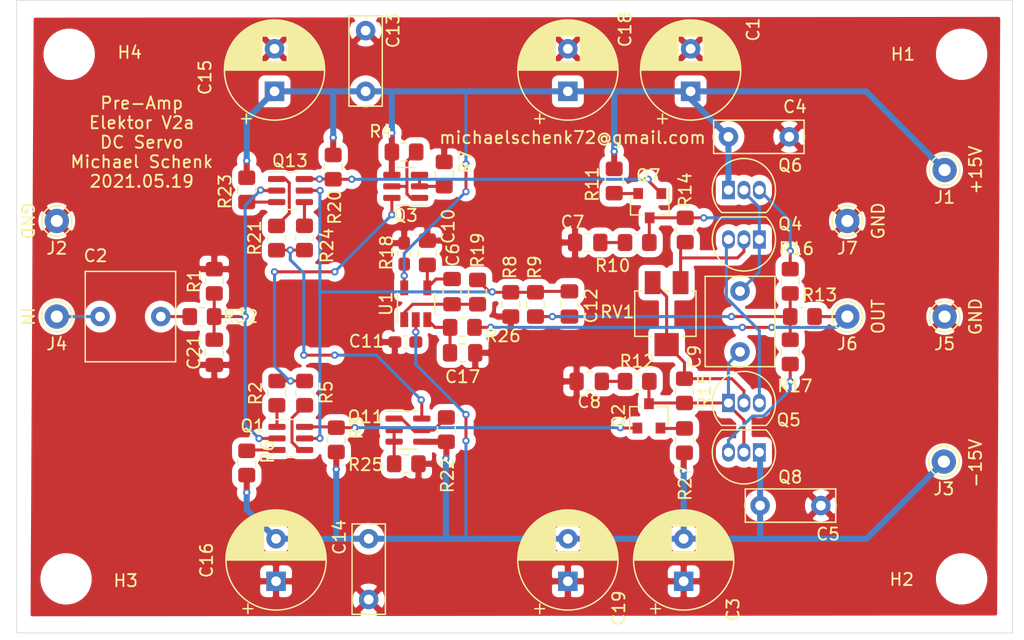
<source format=kicad_pcb>
(kicad_pcb (version 20211014) (generator pcbnew)
  (layers (0 "F.Cu" signal) (31 "B.Cu" signal) (34 "B.Paste" user) (35 "F.Paste" user) (36 "B.SilkS" user "B.Silkscreen") (37 "F.SilkS" user "F.Silkscreen") (38 "B.Mask" user) (39 "F.Mask" user) (44 "Edge.Cuts" user))
  (net 0 "")
  (net 1 "GND")
  (net 2 "+15V")
  (net 3 "Net-(C2-Pad2)")
  (net 4 "Net-(C2-Pad1)")
  (net 5 "-15V")
  (net 6 "Net-(C7-Pad2)")
  (net 7 "Net-(Q2-Pad2)")
  (net 8 "Net-(Q7-Pad2)")
  (net 9 "Net-(C12-Pad2)")
  (net 10 "Net-(C12-Pad1)")
  (net 11 "Net-(Q11-Pad1)")
  (net 12 "Net-(Q11-Pad6)")
  (net 13 "Net-(Q11-Pad2)")
  (net 14 "Net-(Q13-Pad4)")
  (net 15 "Net-(Q13-Pad3)")
  (net 16 "Net-(Q13-Pad1)")
  (net 17 "Net-(Q3-Pad6)")
  (net 18 "Net-(Q3-Pad1)")
  (net 19 "Net-(Q3-Pad2)")
  (net 20 "Net-(Q1-Pad4)")
  (net 21 "Net-(Q1-Pad3)")
  (net 22 "Net-(Q1-Pad1)")
  (net 23 "Net-(C8-Pad1)")
  (net 24 "Net-(C9-Pad2)")
  (net 25 "Net-(C9-Pad1)")
  (net 26 "Net-(Q1-Pad6)")
  (net 27 "Net-(Q4-Pad3)")
  (net 28 "Net-(Q4-Pad2)")
  (net 29 "Net-(Q5-Pad2)")
  (net 30 "Net-(Q6-Pad3)")
  (net 31 "Net-(Q13-Pad6)")
  (net 32 "Net-(Q8-Pad3)")
  (net 33 "Net-(C21-Pad2)")
  (net 34 "Net-(C6-Pad2)")
  (net 35 "DCSERVO_OUT")
  (net 36 "Net-(C17-Pad2)")
  (net 37 "DCSERVO_IN")
  (footprint "Capacitor_THT:CP_Radial_D8.0mm_P3.50mm" (layer "F.Cu") (at 177.3555 103.378 90)
    (fp_text reference "C1")
    (fp_text value "220uF")
  )
  (footprint "Capacitor_THT:C_Rect_L7.2mm_W7.2mm_P5.00mm_FKS2_FKP2_MKS2_MKP2" (layer "F.Cu") (at 133.778 121.92 180)
    (fp_text reference "C2")
    (fp_text value "3.3uF")
  )
  (footprint "Capacitor_THT:C_Rect_L7.2mm_W2.5mm_P5.00mm_FKS2_FKP2_MKS2_MKP2" (layer "F.Cu") (at 183.0705 137.4775)
    (fp_text reference "C5")
    (fp_text value "100nF")
  )
  (footprint "Connector_Pin:Pin_D1.0mm_L10.0mm" (layer "F.Cu") (at 125.222 114.046)
    (fp_text reference "J2")
    (fp_text value "Conn_01x01")
  )
  (footprint "Connector_Pin:Pin_D1.0mm_L10.0mm" (layer "F.Cu") (at 125.222 121.92)
    (fp_text reference "J4")
    (fp_text value "Conn_01x01")
  )
  (footprint "Package_TO_SOT_SMD:SOT-23" (layer "F.Cu") (at 173.99 112.792 -90)
    (fp_text reference "Q7")
    (fp_text value "BC860C")
  )
  (footprint "Resistor_SMD:R_0805_2012Metric_Pad1.20x1.40mm_HandSolder" (layer "F.Cu") (at 138.176 119.015 90)
    (fp_text reference "R1")
    (fp_text value "10k")
  )
  (footprint "Resistor_SMD:R_0805_2012Metric_Pad1.20x1.40mm_HandSolder" (layer "F.Cu") (at 143.3195 128.2225 -90)
    (fp_text reference "R2")
    (fp_text value "80.6R")
  )
  (footprint "Resistor_SMD:R_0805_2012Metric_Pad1.20x1.40mm_HandSolder" (layer "F.Cu") (at 148.209 132.064 -90)
    (fp_text reference "R3")
    (fp_text value "806R")
  )
  (footprint "Resistor_SMD:R_0805_2012Metric_Pad1.20x1.40mm_HandSolder" (layer "F.Cu") (at 153.781 108.3691)
    (fp_text reference "R4")
    (fp_text value "140R")
  )
  (footprint "Resistor_SMD:R_0805_2012Metric_Pad1.20x1.40mm_HandSolder" (layer "F.Cu") (at 145.6055 128.2225 -90)
    (fp_text reference "R5")
    (fp_text value "80.6R")
  )
  (footprint "Resistor_SMD:R_0805_2012Metric_Pad1.20x1.40mm_HandSolder" (layer "F.Cu") (at 140.843 133.969 -90)
    (fp_text reference "R6")
    (fp_text value "806R")
  )
  (footprint "Resistor_SMD:R_0805_2012Metric_Pad1.20x1.40mm_HandSolder" (layer "F.Cu") (at 164.592 120.92 90)
    (fp_text reference "R9")
    (fp_text value "10k")
  )
  (footprint "MountingHole:MountingHole_3.2mm_M3" (layer "F.Cu") (at 199.644 143.51)
    (fp_text reference "H2")
    (fp_text value "MountingHole")
  )
  (footprint "MountingHole:MountingHole_3.2mm_M3" (layer "F.Cu") (at 199.644 100.33)
    (fp_text reference "H1")
    (fp_text value "MountingHole")
  )
  (footprint "Resistor_SMD:R_0805_2012Metric_Pad1.20x1.40mm_HandSolder" (layer "F.Cu") (at 171.069 110.76 -90)
    (fp_text reference "R11")
    (fp_text value "249R")
  )
  (footprint "MountingHole:MountingHole_3.2mm_M3" (layer "F.Cu") (at 126.238 100.33)
    (fp_text reference "H4")
    (fp_text value "MountingHole")
  )
  (footprint "Resistor_SMD:R_0805_2012Metric_Pad1.20x1.40mm_HandSolder" (layer "F.Cu") (at 162.56 120.92 -90)
    (fp_text reference "R8")
    (fp_text value "10k")
  )
  (footprint "Capacitor_SMD:C_0805_2012Metric_Pad1.18x1.45mm_HandSolder" (layer "F.Cu") (at 167.386 120.8825 90)
    (fp_text reference "C12")
    (fp_text value "6.8pF")
  )
  (footprint "Capacitor_THT:C_Rect_L7.2mm_W2.5mm_P5.00mm_FKS2_FKP2_MKS2_MKP2" (layer "F.Cu") (at 150.876 140.208 -90)
    (fp_text reference "C14")
    (fp_text value "100nF")
  )
  (footprint "Resistor_SMD:R_0805_2012Metric_Pad1.20x1.40mm_HandSolder" (layer "F.Cu") (at 157.0863 110.1885 90)
    (fp_text reference "R7")
    (fp_text value "10k")
  )
  (footprint "Connector_Pin:Pin_D1.0mm_L10.0mm" (layer "F.Cu") (at 190.246 121.92)
    (fp_text reference "J6")
    (fp_text value "Conn_01x01")
  )
  (footprint "Connector_Pin:Pin_D1.0mm_L10.0mm" (layer "F.Cu") (at 190.246 114.046)
    (fp_text reference "J7")
    (fp_text value "Conn_01x01")
  )
  (footprint "Capacitor_THT:CP_Radial_D8.0mm_P3.50mm" (layer "F.Cu") (at 143.129 103.378 90)
    (fp_text reference "C15")
    (fp_text value "220uF")
  )
  (footprint "Resistor_SMD:R_0805_2012Metric_Pad1.20x1.40mm_HandSolder" (layer "F.Cu") (at 147.955 109.617 -90)
    (fp_text reference "R20")
    (fp_text value "806R")
  )
  (footprint "Resistor_SMD:R_0805_2012Metric_Pad1.20x1.40mm_HandSolder" (layer "F.Cu") (at 143.2941 115.459 -90)
    (fp_text reference "R21")
    (fp_text value "80.6R")
  )
  (footprint "Resistor_SMD:R_0805_2012Metric_Pad1.20x1.40mm_HandSolder" (layer "F.Cu") (at 157.2641 131.2258 -90)
    (fp_text reference "R22")
    (fp_text value "140R")
  )
  (footprint "Resistor_SMD:R_0805_2012Metric_Pad1.20x1.40mm_HandSolder" (layer "F.Cu") (at 140.843 111.49 -90)
    (fp_text reference "R23")
    (fp_text value "806R")
  )
  (footprint "Resistor_SMD:R_0805_2012Metric_Pad1.20x1.40mm_HandSolder" (layer "F.Cu") (at 145.5928 115.4463 -90)
    (fp_text reference "R24")
    (fp_text value "80.6R")
  )
  (footprint "Resistor_SMD:R_0805_2012Metric_Pad1.20x1.40mm_HandSolder" (layer "F.Cu") (at 153.9715 134.0358 180)
    (fp_text reference "R25")
    (fp_text value "10k")
  )
  (footprint "Resistor_SMD:R_0805_2012Metric_Pad1.20x1.40mm_HandSolder" (layer "F.Cu") (at 176.8475 132.1275 -90)
    (fp_text reference "R27")
    (fp_text value "249R")
  )
  (footprint "Connector_Pin:Pin_D1.0mm_L10.0mm" (layer "F.Cu") (at 198.247 109.855)
    (fp_text reference "J1")
    (fp_text value "Conn_01x01")
  )
  (footprint "Connector_Pin:Pin_D1.0mm_L10.0mm" (layer "F.Cu") (at 198.1835 133.858)
    (fp_text reference "J3")
    (fp_text value "Conn_01x01")
  )
  (footprint "Connector_Pin:Pin_D1.0mm_L10.0mm" (layer "F.Cu") (at 198.247 121.92)
    (fp_text reference "J5")
    (fp_text value "Conn_01x01")
  )
  (footprint "Capacitor_THT:CP_Radial_D8.0mm_P3.50mm" (layer "F.Cu") (at 143.256 143.708 90)
    (fp_text reference "C16")
    (fp_text value "220uF")
  )
  (footprint "Capacitor_THT:CP_Radial_D8.0mm_P3.50mm" (layer "F.Cu") (at 167.259 103.378 90)
    (fp_text reference "C18")
    (fp_text value "220uF")
  )
  (footprint "Capacitor_THT:CP_Radial_D8.0mm_P3.50mm" (layer "F.Cu") (at 167.259 143.708 90)
    (fp_text reference "C19")
    (fp_text value "220uF")
  )
  (footprint "Package_SO:SC-74-6_1.5x2.9mm_P0.95mm" (layer "F.Cu") (at 144.4443 111.5466)
    (fp_text reference "Q13")
    (fp_text value "BCM847DS,115")
  )
  (footprint "Resistor_SMD:R_0805_2012Metric_Pad1.20x1.40mm_HandSolder" (layer "F.Cu") (at 186.547 121.92 180)
    (fp_text reference "R13")
    (fp_text value "47R")
  )
  (footprint "Package_SO:SC-74-6_1.5x2.9mm_P0.95mm" (layer "F.Cu") (at 153.9185 111.1987 180)
    (fp_text reference "Q3")
    (fp_text value "BCM857DS,115")
  )
  (footprint "Package_SO:SC-74-6_1.5x2.9mm_P0.95mm" (layer "F.Cu") (at 154.1043 131.2647)
    (fp_text reference "Q11")
    (fp_text value "BCM847DS,115")
  )
  (footprint "Capacitor_THT:C_Rect_L7.2mm_W2.5mm_P5.00mm_FKS2_FKP2_MKS2_MKP2" (layer "F.Cu") (at 150.622 98.378 -90)
    (fp_text reference "C13")
    (fp_text value "100nF")
  )
  (footprint "Package_SO:SC-74-6_1.5x2.9mm_P0.95mm" (layer "F.Cu") (at 144.468 131.9505)
    (fp_text reference "Q1")
    (fp_text value "BCM857DS,115")
  )
  (footprint "Capacitor_SMD:C_0805_2012Metric_Pad1.18x1.45mm_HandSolder" (layer "F.Cu") (at 168.8885 115.824)
    (fp_text reference "C7")
    (fp_text value "150p")
  )
  (footprint "Capacitor_SMD:C_0805_2012Metric_Pad1.18x1.45mm_HandSolder" (layer "F.Cu") (at 169.0155 127.254 180)
    (fp_text reference "C8")
    (fp_text value "150p")
  )
  (footprint "Capacitor_THT:C_Rect_L7.2mm_W5.5mm_P5.00mm_FKS2_FKP2_MKS2_MKP2" (layer "F.Cu") (at 181.4195 124.8245 90)
    (fp_text reference "C9")
    (fp_text value "1uF")
  )
  (footprint "Package_TO_SOT_SMD:SOT-23" (layer "F.Cu") (at 173.9265 130.0955 90)
    (fp_text reference "Q2")
    (fp_text value "BC850C")
  )
  (footprint "Package_TO_SOT_THT:TO-92_Inline" (layer "F.Cu") (at 183.007 115.57 180)
    (fp_text reference "Q4")
    (fp_text value "BC550C")
  )
  (footprint "Package_TO_SOT_THT:TO-92_Inline" (layer "F.Cu") (at 180.467 129.032)
    (fp_text reference "Q5")
    (fp_text value "BC560C")
  )
  (footprint "Package_TO_SOT_THT:TO-92_Inline" (layer "F.Cu") (at 180.467 111.506)
    (fp_text reference "Q6")
    (fp_text value "BC337-40")
  )
  (footprint "Package_TO_SOT_THT:TO-92_Inline" (layer "F.Cu") (at 183.007 133.096 180)
    (fp_text reference "Q8")
    (fp_text value "BC327-40")
  )
  (footprint "Resistor_SMD:R_0805_2012Metric_Pad1.20x1.40mm_HandSolder" (layer "F.Cu") (at 172.958 115.824 180)
    (fp_text reference "R10")
    (fp_text value "10k")
  )
  (footprint "Resistor_SMD:R_0805_2012Metric_Pad1.20x1.40mm_HandSolder" (layer "F.Cu") (at 172.958 127.254)
    (fp_text reference "R12")
    (fp_text value "10k")
  )
  (footprint "Resistor_SMD:R_0805_2012Metric_Pad1.20x1.40mm_HandSolder" (layer "F.Cu") (at 176.911 114.792 -90)
    (fp_text reference "R14")
    (fp_text value "390R")
  )
  (footprint "Resistor_SMD:R_0805_2012Metric_Pad1.20x1.40mm_HandSolder" (layer "F.Cu") (at 176.8475 128.032 -90)
    (fp_text reference "R15")
    (fp_text value "390R")
  )
  (footprint "Resistor_SMD:R_0805_2012Metric_Pad1.20x1.40mm_HandSolder" (layer "F.Cu") (at 185.547 119.015 -90)
    (fp_text reference "R16")
    (fp_text value "10R")
  )
  (footprint "Resistor_SMD:R_0805_2012Metric_Pad1.20x1.40mm_HandSolder" (layer "F.Cu") (at 185.547 124.825 -90)
    (fp_text reference "R17")
    (fp_text value "10R")
  )
  (footprint "Potentiometer_SMD:Potentiometer_Bourns_3214X_Vertical" (layer "F.Cu") (at 175.38 121.676)
    (fp_text reference "RV1")
    (fp_text value "10k")
  )
  (footprint "MountingHole:MountingHole_3.2mm_M3" (layer "F.Cu") (at 125.984 143.51)
    (fp_text reference "H3")
    (fp_text value "MountingHole")
  )
  (footprint "Capacitor_THT:C_Rect_L7.2mm_W2.5mm_P5.00mm_FKS2_FKP2_MKS2_MKP2" (layer "F.Cu") (at 185.467 107.1245 180)
    (fp_text reference "C4")
    (fp_text value "100nF")
  )
  (footprint "Capacitor_THT:CP_Radial_D8.0mm_P3.50mm" (layer "F.Cu") (at 176.784 143.708 90)
    (fp_text reference "C3")
    (fp_text value "220uF")
  )
  (footprint "Capacitor_SMD:C_0805_2012Metric_Pad1.18x1.45mm_HandSolder" (layer "F.Cu") (at 138.176 124.8625 90)
    (fp_text reference "C21")
    (fp_text value "33p")
  )
  (footprint "Resistor_SMD:R_0805_2012Metric_Pad1.20x1.40mm_HandSolder" (layer "F.Cu") (at 137.16 121.92 180)
    (fp_text reference "R32")
    (fp_text value "470R")
  )
  (footprint "Capacitor_SMD:C_0805_2012Metric_Pad1.18x1.45mm_HandSolder" (layer "F.Cu") (at 157.734 119.8665 90)
    (fp_text reference "C6")
    (fp_text value "1uF")
  )
  (footprint "Capacitor_SMD:C_0603_1608Metric_Pad1.08x0.95mm_HandSolder" (layer "F.Cu") (at 153.797 116.7395 -90)
    (fp_text reference "C10")
    (fp_text value "100nF")
  )
  (footprint "Capacitor_SMD:C_0603_1608Metric_Pad1.08x0.95mm_HandSolder" (layer "F.Cu") (at 153.887 124.0155)
    (fp_text reference "C11")
    (fp_text value "100nF")
  )
  (footprint "Capacitor_SMD:C_0805_2012Metric_Pad1.18x1.45mm_HandSolder" (layer "F.Cu") (at 158.6015 124.9045 180)
    (fp_text reference "C17")
    (fp_text value "1uF")
  )
  (footprint "Resistor_SMD:R_0805_2012Metric_Pad1.20x1.40mm_HandSolder" (layer "F.Cu") (at 155.702 116.6655 90)
    (fp_text reference "R18")
    (fp_text value "100k")
  )
  (footprint "Resistor_SMD:R_0805_2012Metric_Pad1.20x1.40mm_HandSolder" (layer "F.Cu") (at 159.8295 119.904 90)
    (fp_text reference "R19")
    (fp_text value "10k")
  )
  (footprint "Resistor_SMD:R_0805_2012Metric_Pad1.20x1.40mm_HandSolder" (layer "F.Cu") (at 158.5755 122.809 180)
    (fp_text reference "R26")
    (fp_text value "100k")
  )
  (footprint "Package_TO_SOT_SMD:TSOT-23-5" (layer "F.Cu") (at 154.747 120.864 90)
    (fp_text reference "U1")
    (fp_text value "OPA188xxDBV")
  )
  (gr_line (start 203.835 95.885) (end 121.92 95.885) (layer "Edge.Cuts") (width 0.05))
  (gr_line (start 203.835 147.955) (end 203.835 95.885) (layer "Edge.Cuts") (width 0.05))
  (gr_line (start 121.92 147.955) (end 203.835 147.955) (layer "Edge.Cuts") (width 0.05))
  (gr_line (start 121.92 96.52) (end 121.92 147.955) (layer "Edge.Cuts") (width 0.05))
  (gr_line (start 121.92 95.885) (end 121.92 96.52) (layer "Edge.Cuts") (width 0.05))
  (gr_text "GND" (at 192.786 114.046 90) (layer "F.SilkS") (effects (font (size 1 1))))
  (gr_text "OUT" (at 192.786 121.92 90) (layer "F.SilkS") (effects (font (size 1 1))))
  (gr_text "michaelschenk72@gmail.com" (at 167.64 107.188) (layer "F.SilkS") (effects (font (size 1 1))))
  (gr_text "GND" (at 200.787 121.92 90) (layer "F.SilkS") (effects (font (size 1 1))))
  (gr_text "+15V" (at 200.787 109.855 90) (layer "F.SilkS") (effects (font (size 1 1))))
  (gr_text "-15V" (at 200.787 133.985 90) (layer "F.SilkS") (effects (font (size 1 1))))
  (gr_text "Pre-Amp\nElektor V2a\nDC Servo\nMichael Schenk\n2021.05.19" (at 132.207 107.569) (layer "F.SilkS") (effects (font (size 1 1))))
  (gr_text "IN" (at 122.809 121.92 270) (layer "F.SilkS") (effects (font (size 1 1))))
  (gr_text "GND" (at 122.809 114.046 270) (layer "F.SilkS") (effects (font (size 1 1))))
  (segment (start 153.797 118.5545) (end 153.797 117.602) (width 0.25) (layer "F.Cu") (net 2))
  (segment (start 158.877 111.633) (end 158.877 109.347) (width 0.25) (layer "F.Cu") (net 2))
  (segment (start 140.843 110.49) (end 140.843 109.093) (width 0.5) (layer "F.Cu") (net 2))
  (segment (start 153.797 119.554) (end 153.797 118.5545) (width 0.25) (layer "F.Cu") (net 2))
  (segment (start 171.069 109.76) (end 171.069 108.331) (width 0.5) (layer "F.Cu") (net 2))
  (segment (start 152.781 108.3691) (end 152.781 110.2487) (width 0.5) (layer "F.Cu") (net 2))
  (segment (start 152.7937 108.3564) (end 152.781 108.3691) (width 0.5) (layer "F.Cu") (net 2))
  (segment (start 147.955 108.617) (end 147.955 107.188) (width 0.5) (layer "F.Cu") (net 2))
  (segment (start 152.781 108.3691) (end 152.781 106.807) (width 0.5) (layer "F.Cu") (net 2))
  (via (at 140.843 109.093) (size 0.6) (drill 0.3) (layers "F.Cu" "B.Cu") (net 2))
  (via (at 153.797 118.5545) (size 0.6) (drill 0.3) (layers "F.Cu" "B.Cu") (net 2))
  (via (at 152.781 106.807) (size 0.6) (drill 0.3) (layers "F.Cu" "B.Cu") (net 2))
  (via (at 158.877 109.347) (size 0.6) (drill 0.3) (layers "F.Cu" "B.Cu") (net 2))
  (via (at 158.877 111.633) (size 0.6) (drill 0.3) (layers "F.Cu" "B.Cu") (net 2))
  (via (at 171.069 108.331) (size 0.6) (drill 0.3) (layers "F.Cu" "B.Cu") (net 2))
  (via (at 147.955 107.188) (size 0.6) (drill 0.3) (layers "F.Cu" "B.Cu") (net 2))
  (segment (start 171.069 103.505) (end 170.942 103.378) (width 0.5) (layer "B.Cu") (net 2))
  (segment (start 167.259 103.378) (end 158.75 103.378) (width 0.5) (layer "B.Cu") (net 2))
  (segment (start 147.955 107.188) (end 147.955 103.378) (width 0.5) (layer "B.Cu") (net 2))
  (segment (start 171.069 108.331) (end 171.069 103.505) (width 0.5) (layer "B.Cu") (net 2))
  (segment (start 158.75 103.378) (end 152.654 103.378) (width 0.5) (layer "B.Cu") (net 2))
  (segment (start 158.877 109.347) (end 158.877 103.505) (width 0.25) (layer "B.Cu") (net 2))
  (segment (start 152.654 103.378) (end 150.114 103.378) (width 0.5) (layer "B.Cu") (net 2))
  (segment (start 158.877 103.505) (end 158.75 103.378) (width 0.25) (layer "B.Cu") (net 2))
  (segment (start 170.942 103.378) (end 167.259 103.378) (width 0.5) (layer "B.Cu") (net 2))
  (segment (start 140.843 109.093) (end 140.843 105.664) (width 0.5) (layer "B.Cu") (net 2))
  (segment (start 150.622 103.378) (end 147.955 103.378) (width 0.5) (layer "B.Cu") (net 2))
  (segment (start 153.797 116.713) (end 158.877 111.633) (width 0.25) (layer "B.Cu") (net 2))
  (segment (start 152.781 103.505) (end 152.654 103.378) (width 0.5) (layer "B.Cu") (net 2))
  (segment (start 177.3555 103.378) (end 170.942 103.378) (width 0.5) (layer "B.Cu") (net 2))
  (segment (start 177.3555 104.013) (end 180.467 107.1245) (width 0.5) (layer "B.Cu") (net 2))
  (segment (start 143.129 103.378) (end 143.129 103.505) (width 0.5) (layer "B.Cu") (net 2))
  (segment (start 153.797 118.5545) (end 153.797 116.713) (width 0.25) (layer "B.Cu") (net 2))
  (segment (start 147.955 103.378) (end 143.129 103.378) (width 0.5) (layer "B.Cu") (net 2))
  (segment (start 140.843 105.664) (end 143.129 103.378) (width 0.5) (layer "B.Cu") (net 2))
  (segment (start 180.467 107.1245) (end 180.467 111.506) (width 0.5) (layer "B.Cu") (net 2))
  (segment (start 177.3555 103.378) (end 191.77 103.378) (width 0.5) (layer "B.Cu") (net 2))
  (segment (start 152.781 106.807) (end 152.781 103.505) (width 0.5) (layer "B.Cu") (net 2))
  (segment (start 177.3555 103.378) (end 177.3555 104.013) (width 0.5) (layer "B.Cu") (net 2))
  (segment (start 191.77 103.378) (end 198.247 109.855) (width 0.5) (layer "B.Cu") (net 2))
  (segment (start 125.222 121.92) (end 128.778 121.92) (width 0.25) (layer "B.Cu") (net 3))
  (segment (start 133.778 121.92) (end 136.16 121.92) (width 0.25) (layer "F.Cu") (net 4))
  (segment (start 154.7495 123.19) (end 154.7495 122.1765) (width 0.25) (layer "F.Cu") (net 5))
  (segment (start 157.2641 132.2258) (end 157.2641 133.5659) (width 0.5) (layer "F.Cu") (net 5))
  (segment (start 157.2641 132.2258) (end 155.2529 132.2258) (width 0.5) (layer "F.Cu") (net 5))
  (segment (start 176.784 133.191) (end 176.8475 133.1275) (width 0.5) (layer "F.Cu") (net 5))
  (segment (start 148.209 133.064) (end 148.209 134.493) (width 0.5) (layer "F.Cu") (net 5))
  (segment (start 176.784 134.62) (end 176.784 133.191) (width 0.5) (layer "F.Cu") (net 5))
  (segment (start 157.2641 133.5659) (end 157.226 133.604) (width 0.5) (layer "F.Cu") (net 5))
  (segment (start 154.7495 124.0155) (end 154.7495 123.19) (width 0.25) (layer "F.Cu") (net 5))
  (segment (start 140.843 134.969) (end 140.843 136.398) (width 0.5) (layer "F.Cu") (net 5))
  (segment (start 158.877 129.9845) (end 158.877 132.1435) (width 0.25) (layer "F.Cu") (net 5))
  (segment (start 154.7495 122.1765) (end 154.747 122.174) (width 0.25) (layer "F.Cu") (net 5))
  (segment (start 155.2529 132.2258) (end 155.2418 132.2147) (width 0.5) (layer "F.Cu") (net 5))
  (via (at 157.226 133.604) (size 0.6) (drill 0.3) (layers "F.Cu" "B.Cu") (net 5))
  (via (at 158.877 129.9845) (size 0.6) (drill 0.3) (layers "F.Cu" "B.Cu") (net 5))
  (via (at 140.843 136.398) (size 0.6) (drill 0.3) (layers "F.Cu" "B.Cu") (net 5))
  (via (at 176.784 134.62) (size 0.6) (drill 0.3) (layers "F.Cu" "B.Cu") (net 5))
  (via (at 148.209 134.493) (size 0.6) (drill 0.3) (layers "F.Cu" "B.Cu") (net 5))
  (via (at 154.7495 123.19) (size 0.6) (drill 0.3) (layers "F.Cu" "B.Cu") (net 5))
  (via (at 158.877 132.1435) (size 0.6) (drill 0.3) (layers "F.Cu" "B.Cu") (net 5))
  (segment (start 140.843 137.795) (end 143.256 140.208) (width 0.5) (layer "B.Cu") (net 5))
  (segment (start 183.0705 137.4775) (end 183.0705 133.1595) (width 0.5) (layer "B.Cu") (net 5))
  (segment (start 183.0705 137.4775) (end 183.0705 140.0175) (width 0.5) (layer "B.Cu") (net 5))
  (segment (start 150.876 140.208) (end 148.209 140.208) (width 0.5) (layer "B.Cu") (net 5))
  (segment (start 176.784 140.208) (end 183.261 140.208) (width 0.5) (layer "B.Cu") (net 5))
  (segment (start 154.7495 125.857) (end 158.877 129.9845) (width 0.25) (layer "B.Cu") (net 5))
  (segment (start 183.261 140.208) (end 191.8335 140.208) (width 0.5) (layer "B.Cu") (net 5))
  (segment (start 140.843 136.398) (end 140.843 137.795) (width 0.5) (layer "B.Cu") (net 5))
  (segment (start 160.147 140.208) (end 158.75 140.208) (width 0.5) (layer "B.Cu") (net 5))
  (segment (start 160.147 140.208) (end 167.259 140.208) (width 0.5) (layer "B.Cu") (net 5))
  (segment (start 158.877 132.1435) (end 158.877 140.081) (width 0.25) (layer "B.Cu") (net 5))
  (segment (start 148.209 140.208) (end 143.256 140.208) (width 0.5) (layer "B.Cu") (net 5))
  (segment (start 158.877 140.081) (end 158.75 140.208) (width 0.25) (layer "B.Cu") (net 5))
  (segment (start 154.7495 123.19) (end 154.7495 125.857) (width 0.25) (layer "B.Cu") (net 5))
  (segment (start 191.8335 140.208) (end 198.1835 133.858) (width 0.5) (layer "B.Cu") (net 5))
  (segment (start 183.0705 133.1595) (end 183.007 133.096) (width 0.5) (layer "B.Cu") (net 5))
  (segment (start 176.784 140.208) (end 176.784 134.62) (width 0.5) (layer "B.Cu") (net 5))
  (segment (start 148.209 134.493) (end 148.209 140.208) (width 0.5) (layer "B.Cu") (net 5))
  (segment (start 157.226 133.604) (end 157.226 140.208) (width 0.5) (layer "B.Cu") (net 5))
  (segment (start 183.0705 140.0175) (end 183.261 140.208) (width 0.5) (layer "B.Cu") (net 5))
  (segment (start 158.75 140.208) (end 157.226 140.208) (width 0.5) (layer "B.Cu") (net 5))
  (segment (start 157.226 140.208) (end 150.876 140.208) (width 0.5) (layer "B.Cu") (net 5))
  (segment (start 176.784 140.208) (end 167.259 140.208) (width 0.5) (layer "B.Cu") (net 5))
  (segment (start 171.958 115.824) (end 169.926 115.824) (width 0.25) (layer "F.Cu") (net 6))
  (segment (start 176.8475 131.1275) (end 174.9085 131.1275) (width 0.25) (layer "F.Cu") (net 7))
  (segment (start 174.9085 131.1275) (end 174.8765 131.0955) (width 0.25) (layer "F.Cu") (net 7))
  (segment (start 171.101 111.792) (end 171.069 111.76) (width 0.25) (layer "F.Cu") (net 8))
  (segment (start 173.04 111.792) (end 171.101 111.792) (width 0.25) (layer "F.Cu") (net 8))
  (segment (start 161.068 119.92) (end 161.036 119.888) (width 0.25) (layer "F.Cu") (net 9))
  (segment (start 162.56 119.92) (end 161.068 119.92) (width 0.25) (layer "F.Cu") (net 9))
  (segment (start 164.667 119.845) (end 164.592 119.92) (width 0.25) (layer "F.Cu") (net 9))
  (segment (start 146.8755 111.5441) (end 145.5843 111.5441) (width 0.25) (layer "F.Cu") (net 9))
  (segment (start 161.036 119.888) (end 160.8135 119.888) (width 0.25) (layer "F.Cu") (net 9))
  (segment (start 160.8135 119.888) (end 159.8295 118.904) (width 0.25) (layer "F.Cu") (net 9))
  (segment (start 167.386 119.845) (end 164.667 119.845) (width 0.25) (layer "F.Cu") (net 9))
  (segment (start 145.6055 131.9505) (end 146.8526 131.9505) (width 0.25) (layer "F.Cu") (net 9))
  (segment (start 164.592 119.92) (end 162.56 119.92) (width 0.25) (layer "F.Cu") (net 9))
  (segment (start 146.8526 131.9505) (end 146.8628 131.9403) (width 0.25) (layer "F.Cu") (net 9))
  (segment (start 145.5818 111.5466) (end 146.243 111.5466) (width 0.25) (layer "F.Cu") (net 9))
  (segment (start 145.5843 111.5441) (end 145.5818 111.5466) (width 0.25) (layer "F.Cu") (net 9))
  (via (at 161.036 119.888) (size 0.6) (drill 0.3) (layers "F.Cu" "B.Cu") (net 9))
  (via (at 146.8628 131.9403) (size 0.6) (drill 0.3) (layers "F.Cu" "B.Cu") (net 9))
  (via (at 146.8755 111.5441) (size 0.6) (drill 0.3) (layers "F.Cu" "B.Cu") (net 9))
  (segment (start 146.8628 119.8372) (end 146.8628 111.5568) (width 0.25) (layer "B.Cu") (net 9))
  (segment (start 146.8628 111.5568) (end 146.8755 111.5441) (width 0.25) (layer "B.Cu") (net 9))
  (segment (start 146.9136 119.888) (end 146.8628 119.8372) (width 0.25) (layer "B.Cu") (net 9))
  (segment (start 146.8628 131.9403) (end 146.8628 119.8372) (width 0.25) (layer "B.Cu") (net 9))
  (segment (start 161.036 119.888) (end 146.9136 119.888) (width 0.25) (layer "B.Cu") (net 9))
  (segment (start 185.547 123.825) (end 185.547 121.92) (width 0.25) (layer "F.Cu") (net 10))
  (segment (start 185.547 121.92) (end 185.547 120.015) (width 0.25) (layer "F.Cu") (net 10))
  (segment (start 165.989 121.92) (end 167.386 121.92) (width 0.25) (layer "F.Cu") (net 10))
  (segment (start 165.989 121.92) (end 164.592 121.92) (width 0.25) (layer "F.Cu") (net 10))
  (segment (start 182.88 121.92) (end 180.721 121.92) (width 0.25) (layer "F.Cu") (net 10))
  (segment (start 185.547 121.92) (end 182.88 121.92) (width 0.25) (layer "F.Cu") (net 10))
  (via (at 165.989 121.92) (size 0.6) (drill 0.3) (layers "F.Cu" "B.Cu") (net 10))
  (via (at 180.721 121.92) (size 0.6) (drill 0.3) (layers "F.Cu" "B.Cu") (net 10))
  (segment (start 180.721 121.92) (end 170.4975 121.92) (width 0.25) (layer "B.Cu") (net 10))
  (segment (start 170.4975 121.92) (end 165.989 121.92) (width 0.25) (layer "B.Cu") (net 10))
  (segment (start 155.2418 131.2647) (end 156.2252 131.2647) (width 0.25) (layer "F.Cu") (net 11))
  (segment (start 153.5793 130.3147) (end 152.9668 130.3147) (width 0.25) (layer "F.Cu") (net 11))
  (segment (start 154.5293 131.2647) (end 153.5793 130.3147) (width 0.25) (layer "F.Cu") (net 11))
  (segment (start 155.2418 131.2647) (end 154.5293 131.2647) (width 0.25) (layer "F.Cu") (net 11))
  (segment (start 156.2252 131.2647) (end 157.2641 130.2258) (width 0.25) (layer "F.Cu") (net 11))
  (segment (start 144.4244 116.4463) (end 143.3068 116.4463) (width 0.25) (layer "F.Cu") (net 12))
  (segment (start 148.082 125.095) (end 145.542 125.095) (width 0.25) (layer "F.Cu") (net 12))
  (segment (start 155.2418 130.3147) (end 155.2418 128.8258) (width 0.25) (layer "F.Cu") (net 12))
  (segment (start 145.5928 116.2812) (end 145.5928 116.2939) (width 0.25) (layer "F.Cu") (net 12))
  (segment (start 155.2418 128.8258) (end 155.194 128.778) (width 0.25) (layer "F.Cu") (net 12))
  (segment (start 145.5928 116.4463) (end 144.4244 116.4463) (width 0.25) (layer "F.Cu") (net 12))
  (segment (start 143.3068 116.4463) (end 143.2941 116.459) (width 0.25) (layer "F.Cu") (net 12))
  (via (at 144.4244 116.4463) (size 0.6) (drill 0.3) (layers "F.Cu" "B.Cu") (net 12))
  (via (at 148.082 125.095) (size 0.6) (drill 0.3) (layers "F.Cu" "B.Cu") (net 12))
  (via (at 145.542 125.095) (size 0.6) (drill 0.3) (layers "F.Cu" "B.Cu") (net 12))
  (via (at 155.194 128.778) (size 0.6) (drill 0.3) (layers "F.Cu" "B.Cu") (net 12))
  (segment (start 144.4371 116.459) (end 144.4244 116.4463) (width 0.25) (layer "B.Cu") (net 12))
  (segment (start 144.4244 116.4463) (end 144.4244 117.2464) (width 0.25) (layer "B.Cu") (net 12))
  (segment (start 151.511 125.095) (end 148.082 125.095) (width 0.25) (layer "B.Cu") (net 12))
  (segment (start 144.4244 117.2464) (end 145.542 118.364) (width 0.25) (layer "B.Cu") (net 12))
  (segment (start 145.542 118.364) (end 145.542 125.095) (width 0.25) (layer "B.Cu") (net 12))
  (segment (start 155.194 128.778) (end 151.511 125.095) (width 0.25) (layer "B.Cu") (net 12))
  (segment (start 152.9715 134.0358) (end 152.9715 132.2194) (width 0.25) (layer "F.Cu") (net 13))
  (segment (start 152.9715 132.2194) (end 152.9668 132.2147) (width 0.25) (layer "F.Cu") (net 13))
  (segment (start 152.9668 131.2647) (end 152.9668 132.2147) (width 0.25) (layer "F.Cu") (net 13))
  (segment (start 145.5928 114.4463) (end 145.5928 112.5076) (width 0.25) (layer "F.Cu") (net 14))
  (segment (start 145.5928 112.5076) (end 145.5818 112.4966) (width 0.25) (layer "F.Cu") (net 14))
  (segment (start 140.8496 112.4966) (end 140.843 112.49) (width 0.25) (layer "F.Cu") (net 15))
  (segment (start 143.3068 112.4966) (end 140.8496 112.4966) (width 0.25) (layer "F.Cu") (net 15))
  (segment (start 144.0193 110.5966) (end 144.34431 110.92161) (width 0.25) (layer "F.Cu") (net 16))
  (segment (start 143.3068 110.5966) (end 144.0193 110.5966) (width 0.25) (layer "F.Cu") (net 16))
  (segment (start 144.34431 110.92161) (end 144.34431 113.40879) (width 0.25) (layer "F.Cu") (net 16))
  (segment (start 144.34431 113.40879) (end 143.2941 114.459) (width 0.25) (layer "F.Cu") (net 16))
  (segment (start 144.4432 127.2225) (end 143.3195 127.2225) (width 0.25) (layer "F.Cu") (net 17))
  (segment (start 145.6055 127.2225) (end 145.6055 126.9238) (width 0.25) (layer "F.Cu") (net 17))
  (segment (start 152.781 112.1487) (end 152.781 113.538) (width 0.25) (layer "F.Cu") (net 17))
  (segment (start 145.6055 127.2225) (end 144.4432 127.2225) (width 0.25) (layer "F.Cu") (net 17))
  (segment (start 148.082 118.237) (end 143.129 118.237) (width 0.25) (layer "F.Cu") (net 17))
  (segment (start 144.526 127.1397) (end 144.4432 127.2225) (width 0.25) (layer "F.Cu") (net 17))
  (via (at 144.4432 127.2225) (size 0.6) (drill 0.3) (layers "F.Cu" "B.Cu") (net 17))
  (via (at 148.082 118.237) (size 0.6) (drill 0.3) (layers "F.Cu" "B.Cu") (net 17))
  (via (at 143.129 118.237) (size 0.6) (drill 0.3) (layers "F.Cu" "B.Cu") (net 17))
  (via (at 152.781 113.538) (size 0.6) (drill 0.3) (layers "F.Cu" "B.Cu") (net 17))
  (segment (start 152.781 113.538) (end 148.082 118.237) (width 0.25) (layer "B.Cu") (net 17))
  (segment (start 143.129 125.984) (end 143.129 118.237) (width 0.25) (layer "B.Cu") (net 17))
  (segment (start 144.4625 127.2032) (end 144.4432 127.2225) (width 0.25) (layer "B.Cu") (net 17))
  (segment (start 144.4498 127.2159) (end 144.4432 127.2225) (width 0.25) (layer "B.Cu") (net 17))
  (segment (start 144.4432 127.2225) (end 144.4432 127.2982) (width 0.25) (layer "B.Cu") (net 17))
  (segment (start 144.4432 127.2982) (end 143.129 125.984) (width 0.25) (layer "B.Cu") (net 17))
  (segment (start 154.01849 110.67371) (end 154.01849 109.13161) (width 0.25) (layer "F.Cu") (net 18))
  (segment (start 154.3435 112.1487) (end 154.01849 111.82369) (width 0.25) (layer "F.Cu") (net 18))
  (segment (start 153.8961 111.1987) (end 154.01849 111.32109) (width 0.25) (layer "F.Cu") (net 18))
  (segment (start 154.01849 109.13161) (end 154.781 108.3691) (width 0.25) (layer "F.Cu") (net 18))
  (segment (start 154.01849 111.82369) (end 154.01849 111.32109) (width 0.25) (layer "F.Cu") (net 18))
  (segment (start 152.781 111.1987) (end 153.8961 111.1987) (width 0.25) (layer "F.Cu") (net 18))
  (segment (start 155.056 112.1487) (end 154.3435 112.1487) (width 0.25) (layer "F.Cu") (net 18))
  (segment (start 154.01849 111.32109) (end 154.01849 110.67371) (width 0.25) (layer "F.Cu") (net 18))
  (segment (start 157.0761 111.1987) (end 157.0863 111.1885) (width 0.25) (layer "F.Cu") (net 19))
  (segment (start 155.056 110.2487) (end 155.056 111.1987) (width 0.25) (layer "F.Cu") (net 19))
  (segment (start 155.056 111.1987) (end 157.0761 111.1987) (width 0.25) (layer "F.Cu") (net 19))
  (segment (start 145.6055 132.9005) (end 145.206588 132.9005) (width 0.25) (layer "F.Cu") (net 20))
  (segment (start 144.56799 130.26001) (end 145.6055 129.2225) (width 0.25) (layer "F.Cu") (net 20))
  (segment (start 144.56799 132.261902) (end 144.56799 130.26001) (width 0.25) (layer "F.Cu") (net 20))
  (segment (start 145.206588 132.9005) (end 144.56799 132.261902) (width 0.25) (layer "F.Cu") (net 20))
  (segment (start 143.383 132.953) (end 143.3305 132.9005) (width 0.25) (layer "F.Cu") (net 21))
  (segment (start 140.9115 132.9005) (end 140.843 132.969) (width 0.25) (layer "F.Cu") (net 21))
  (segment (start 143.3195 132.9115) (end 143.3305 132.9005) (width 0.25) (layer "F.Cu") (net 21))
  (segment (start 143.3305 132.9005) (end 140.9115 132.9005) (width 0.25) (layer "F.Cu") (net 21))
  (segment (start 143.288 132.943) (end 143.3305 132.9005) (width 0.25) (layer "F.Cu") (net 21))
  (segment (start 143.3305 129.2335) (end 143.3195 129.2225) (width 0.25) (layer "F.Cu") (net 22))
  (segment (start 143.3305 131.0005) (end 143.3305 129.2335) (width 0.25) (layer "F.Cu") (net 22))
  (segment (start 171.958 127.254) (end 170.053 127.254) (width 0.25) (layer "F.Cu") (net 23))
  (segment (start 178.435 113.792) (end 176.911 113.792) (width 0.25) (layer "F.Cu") (net 24))
  (segment (start 173.958 113.824) (end 173.99 113.792) (width 0.25) (layer "F.Cu") (net 24))
  (segment (start 173.958 115.824) (end 173.958 113.824) (width 0.25) (layer "F.Cu") (net 24))
  (segment (start 173.99 113.792) (end 176.911 113.792) (width 0.25) (layer "F.Cu") (net 24))
  (via (at 178.435 113.792) (size 0.6) (drill 0.3) (layers "F.Cu" "B.Cu") (net 24))
  (segment (start 181.4195 119.8245) (end 183.007 118.237) (width 0.25) (layer "B.Cu") (net 24))
  (segment (start 183.007 113.792) (end 178.435 113.792) (width 0.25) (layer "B.Cu") (net 24))
  (segment (start 183.007 113.792) (end 183.007 112.933095) (width 0.25) (layer "B.Cu") (net 24))
  (segment (start 183.007 112.933095) (end 181.737 111.663095) (width 0.25) (layer "B.Cu") (net 24))
  (segment (start 183.007 115.57) (end 183.007 113.792) (width 0.25) (layer "B.Cu") (net 24))
  (segment (start 183.007 118.237) (end 183.007 115.57) (width 0.25) (layer "B.Cu") (net 24))
  (segment (start 181.737 111.663095) (end 181.737 111.506) (width 0.25) (layer "B.Cu") (net 24))
  (segment (start 173.9265 129.0955) (end 173.9265 127.2855) (width 0.25) (layer "F.Cu") (net 25))
  (segment (start 180.467 129.189095) (end 180.467 129.032) (width 0.25) (layer "F.Cu") (net 25))
  (segment (start 176.8475 129.032) (end 173.99 129.032) (width 0.25) (layer "F.Cu") (net 25))
  (segment (start 180.467 129.032) (end 176.8475 129.032) (width 0.25) (layer "F.Cu") (net 25))
  (segment (start 173.99 129.032) (end 173.9265 129.0955) (width 0.25) (layer "F.Cu") (net 25))
  (segment (start 181.737 133.096) (end 181.737 130.459095) (width 0.25) (layer "F.Cu") (net 25))
  (segment (start 181.737 130.459095) (end 180.467 129.189095) (width 0.25) (layer "F.Cu") (net 25))
  (segment (start 173.9265 127.2855) (end 173.958 127.254) (width 0.25) (layer "F.Cu") (net 25))
  (segment (start 181.4195 124.8245) (end 180.467 125.777) (width 0.25) (layer "B.Cu") (net 25))
  (segment (start 180.467 125.777) (end 180.467 129.032) (width 0.25) (layer "B.Cu") (net 25))
  (segment (start 145.6055 131.0005) (end 148.1455 131.0005) (width 0.25) (layer "F.Cu") (net 26))
  (segment (start 172.9765 131.0955) (end 171.6085 131.0955) (width 0.25) (layer "F.Cu") (net 26))
  (segment (start 149.733 131.064) (end 148.209 131.064) (width 0.25) (layer "F.Cu") (net 26))
  (segment (start 148.1455 131.0005) (end 148.209 131.064) (width 0.25) (layer "F.Cu") (net 26))
  (segment (start 171.6085 131.0955) (end 171.577 131.064) (width 0.25) (layer "F.Cu") (net 26))
  (via (at 149.733 131.064) (size 0.6) (drill 0.3) (layers "F.Cu" "B.Cu") (net 26))
  (via (at 171.577 131.064) (size 0.6) (drill 0.3) (layers "F.Cu" "B.Cu") (net 26))
  (segment (start 171.577 131.064) (end 149.733 131.064) (width 0.25) (layer "B.Cu") (net 26))
  (segment (start 183.007 123.077002) (end 180.294499 120.364501) (width 0.25) (layer "B.Cu") (net 27))
  (segment (start 180.294499 120.364501) (end 180.294499 115.742501) (width 0.25) (layer "B.Cu") (net 27))
  (segment (start 183.007 129.032) (end 183.007 123.077002) (width 0.25) (layer "B.Cu") (net 27))
  (segment (start 180.294499 115.742501) (end 180.467 115.57) (width 0.25) (layer "B.Cu") (net 27))
  (segment (start 181.737 115.57) (end 181.737 115.824) (width 0.25) (layer "F.Cu") (net 28))
  (segment (start 181.213 117.094) (end 181.737 116.57) (width 0.25) (layer "F.Cu") (net 28))
  (segment (start 176.53 116.173) (end 176.911 115.792) (width 0.25) (layer "F.Cu") (net 28))
  (segment (start 181.737 116.57) (end 181.737 115.57) (width 0.25) (layer "F.Cu") (net 28))
  (segment (start 176.53 119.126) (end 176.53 117.094) (width 0.25) (layer "F.Cu") (net 28))
  (segment (start 176.879 115.824) (end 176.911 115.792) (width 0.25) (layer "F.Cu") (net 28))
  (segment (start 176.53 117.094) (end 176.53 116.173) (width 0.25) (layer "F.Cu") (net 28))
  (segment (start 176.8475 115.8555) (end 176.911 115.792) (width 0.25) (layer "F.Cu") (net 28))
  (segment (start 176.53 117.094) (end 181.213 117.094) (width 0.25) (layer "F.Cu") (net 28))
  (segment (start 175.38 124.226) (end 175.38 120.276) (width 0.25) (layer "F.Cu") (net 29))
  (segment (start 181.737 129.032) (end 181.737 128.032) (width 0.25) (layer "F.Cu") (net 29))
  (segment (start 176.8475 125.6935) (end 175.38 124.226) (width 0.25) (layer "F.Cu") (net 29))
  (segment (start 180.737 127.032) (end 176.8475 127.032) (width 0.25) (layer "F.Cu") (net 29))
  (segment (start 181.737 128.032) (end 180.737 127.032) (width 0.25) (layer "F.Cu") (net 29))
  (segment (start 176.8155 127) (end 176.8475 127.032) (width 0.25) (layer "F.Cu") (net 29))
  (segment (start 175.38 120.276) (end 174.23 119.126) (width 0.25) (layer "F.Cu") (net 29))
  (segment (start 176.8475 127.032) (end 176.8475 125.6935) (width 0.25) (layer "F.Cu") (net 29))
  (segment (start 185.547 116.5225) (end 185.547 118.015) (width 0.25) (layer "F.Cu") (net 30))
  (via (at 185.547 116.5225) (size 0.6) (drill 0.3) (layers "F.Cu" "B.Cu") (net 30))
  (segment (start 185.547 114.046) (end 185.547 116.5225) (width 0.25) (layer "B.Cu") (net 30))
  (segment (start 183.007 111.506) (end 185.547 114.046) (width 0.25) (layer "B.Cu") (net 30))
  (segment (start 146.8324 110.5966) (end 147.9346 110.5966) (width 0.25) (layer "F.Cu") (net 31))
  (segment (start 147.955 110.617) (end 149.479 110.617) (width 0.25) (layer "F.Cu") (net 31))
  (segment (start 145.5818 110.5966) (end 146.8324 110.5966) (width 0.25) (layer "F.Cu") (net 31))
  (segment (start 147.9346 110.5966) (end 147.955 110.617) (width 0.25) (layer "F.Cu") (net 31))
  (segment (start 173.863 110.617) (end 173.863 110.715) (width 0.25) (layer "F.Cu") (net 31))
  (segment (start 173.863 110.715) (end 174.94 111.792) (width 0.25) (layer "F.Cu") (net 31))
  (via (at 173.863 110.617) (size 0.6) (drill 0.3) (layers "F.Cu" "B.Cu") (net 31))
  (via (at 146.8324 110.5966) (size 0.6) (drill 0.3) (layers "F.Cu" "B.Cu") (net 31))
  (via (at 149.479 110.617) (size 0.6) (drill 0.3) (layers "F.Cu" "B.Cu") (net 31))
  (segment (start 149.479 110.617) (end 173.863 110.617) (width 0.25) (layer "B.Cu") (net 31))
  (segment (start 146.8528 110.617) (end 146.8324 110.5966) (width 0.25) (layer "B.Cu") (net 31))
  (segment (start 185.547 127.254) (end 185.547 125.825) (width 0.25) (layer "F.Cu") (net 32))
  (via (at 185.547 127.254) (size 0.6) (drill 0.3) (layers "F.Cu" "B.Cu") (net 32))
  (segment (start 182.45599 130.10701) (end 183.359085 130.10701) (width 0.25) (layer "B.Cu") (net 32))
  (segment (start 180.467 132.096) (end 182.45599 130.10701) (width 0.25) (layer "B.Cu") (net 32))
  (segment (start 185.547 127.919095) (end 185.547 127.254) (width 0.25) (layer "B.Cu") (net 32))
  (segment (start 180.467 133.096) (end 180.467 132.096) (width 0.25) (layer "B.Cu") (net 32))
  (segment (start 183.359085 130.10701) (end 185.547 127.919095) (width 0.25) (layer "B.Cu") (net 32))
  (segment (start 141.8615 131.9505) (end 141.859 131.953) (width 0.25) (layer "F.Cu") (net 33))
  (segment (start 143.3068 111.5466) (end 142.0266 111.5466) (width 0.25) (layer "F.Cu") (net 33))
  (segment (start 138.16 123.809) (end 138.176 123.825) (width 0.25) (layer "F.Cu") (net 33))
  (segment (start 142.0266 111.5466) (end 141.986 111.506) (width 0.25) (layer "F.Cu") (net 33))
  (segment (start 143.3305 131.9505) (end 141.8615 131.9505) (width 0.25) (layer "F.Cu") (net 33))
  (segment (start 138.16 121.92) (end 138.16 123.809) (width 0.25) (layer "F.Cu") (net 33))
  (segment (start 138.176 120.015) (end 138.176 121.904) (width 0.25) (layer "F.Cu") (net 33))
  (segment (start 138.176 121.904) (end 138.16 121.92) (width 0.25) (layer "F.Cu") (net 33))
  (segment (start 138.16 121.92) (end 140.716 121.92) (width 0.25) (layer "F.Cu") (net 33))
  (via (at 141.986 111.506) (size 0.6) (drill 0.3) (layers "F.Cu" "B.Cu") (net 33))
  (via (at 141.859 131.953) (size 0.6) (drill 0.3) (layers "F.Cu" "B.Cu") (net 33))
  (via (at 140.716 121.92) (size 0.6) (drill 0.3) (layers "F.Cu" "B.Cu") (net 33))
  (segment (start 140.716 130.81) (end 140.716 121.92) (width 0.25) (layer "B.Cu") (net 33))
  (segment (start 140.716 121.92) (end 140.716 112.776) (width 0.25) (layer "B.Cu") (net 33))
  (segment (start 140.716 112.776) (end 141.986 111.506) (width 0.25) (layer "B.Cu") (net 33))
  (segment (start 141.859 131.953) (end 140.716 130.81) (width 0.25) (layer "B.Cu") (net 33))
  (segment (start 155.697 117.6705) (end 155.702 117.6655) (width 0.25) (layer "F.Cu") (net 34))
  (segment (start 156.422 118.829) (end 155.697 119.554) (width 0.25) (layer "F.Cu") (net 34))
  (segment (start 157.734 118.829) (end 156.422 118.829) (width 0.25) (layer "F.Cu") (net 34))
  (segment (start 155.697 119.554) (end 155.697 117.6705) (width 0.25) (layer "F.Cu") (net 34))
  (segment (start 153.797 121.603998) (end 154.496998 120.904) (width 0.25) (layer "F.Cu") (net 35))
  (segment (start 157.734 120.904) (end 159.8295 120.904) (width 0.25) (layer "F.Cu") (net 35))
  (segment (start 154.496998 120.904) (end 157.734 120.904) (width 0.25) (layer "F.Cu") (net 35))
  (segment (start 153.797 122.174) (end 153.797 121.603998) (width 0.25) (layer "F.Cu") (net 35))
  (segment (start 157.564 124.9045) (end 157.564 122.8205) (width 0.25) (layer "F.Cu") (net 36))
  (segment (start 156.332 122.809) (end 155.697 122.174) (width 0.25) (layer "F.Cu") (net 36))
  (segment (start 157.564 122.8205) (end 157.5755 122.809) (width 0.25) (layer "F.Cu") (net 36))
  (segment (start 157.5755 122.809) (end 156.332 122.809) (width 0.25) (layer "F.Cu") (net 36))
  (segment (start 159.5755 122.809) (end 160.909 122.809) (width 0.25) (layer "F.Cu") (net 37))
  (segment (start 187.547 121.92) (end 190.246 121.92) (width 0.25) (layer "F.Cu") (net 37))
  (segment (start 190.0936 121.92) (end 190.119 121.9454) (width 0.25) (layer "F.Cu") (net 37))
  (segment (start 190.1063 121.9581) (end 190.119 121.9454) (width 0.25) (layer "F.Cu") (net 37))
  (segment (start 181.61 122.809) (end 184.023 122.809) (width 0.25) (layer "F.Cu") (net 37))
  (via (at 184.023 122.809) (size 0.6) (drill 0.3) (layers "F.Cu" "B.Cu") (net 37))
  (via (at 160.909 122.809) (size 0.6) (drill 0.3) (layers "F.Cu" "B.Cu") (net 37))
  (via (at 181.61 122.809) (size 0.6) (drill 0.3) (layers "F.Cu" "B.Cu") (net 37))
  (segment (start 184.023 122.809) (end 189.357 122.809) (width 0.25) (layer "B.Cu") (net 37))
  (segment (start 189.357 122.809) (end 190.246 121.92) (width 0.25) (layer "B.Cu") (net 37))
  (segment (start 160.909 122.809) (end 181.61 122.809) (width 0.25) (layer "B.Cu") (net 37))
  (zone (net 1) (net_name "GND") (layer "F.Cu") (connect_pads (clearance 0.508)) (min_thickness 0.254) (fill yes (thermal_gap 0.508) (thermal_bridge_width 0.508))
    (polygon (pts (xy 202.565 146.52625) (xy 123.063 146.58975) (xy 123.317 97.31375) (xy 202.819 97.25025)))
  )
)
</source>
